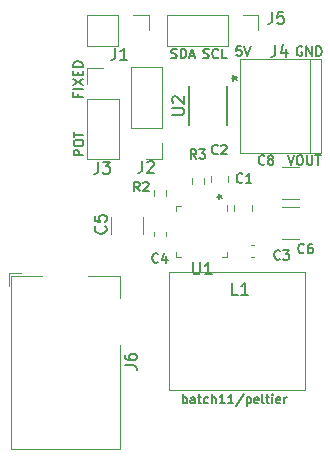
<source format=gto>
%TF.GenerationSoftware,KiCad,Pcbnew,(5.1.6-0-10_14)*%
%TF.CreationDate,2021-10-07T10:19:15+09:00*%
%TF.ProjectId,peltier,70656c74-6965-4722-9e6b-696361645f70,rev?*%
%TF.SameCoordinates,Original*%
%TF.FileFunction,Legend,Top*%
%TF.FilePolarity,Positive*%
%FSLAX46Y46*%
G04 Gerber Fmt 4.6, Leading zero omitted, Abs format (unit mm)*
G04 Created by KiCad (PCBNEW (5.1.6-0-10_14)) date 2021-10-07 10:19:15*
%MOMM*%
%LPD*%
G01*
G04 APERTURE LIST*
%ADD10C,0.150000*%
%ADD11C,0.120000*%
%ADD12C,0.152400*%
G04 APERTURE END LIST*
D10*
X171882500Y-68534714D02*
X171882500Y-67772714D01*
X171882500Y-68063000D02*
X171955071Y-68026714D01*
X172100214Y-68026714D01*
X172172785Y-68063000D01*
X172209071Y-68099285D01*
X172245357Y-68171857D01*
X172245357Y-68389571D01*
X172209071Y-68462142D01*
X172172785Y-68498428D01*
X172100214Y-68534714D01*
X171955071Y-68534714D01*
X171882500Y-68498428D01*
X172898500Y-68534714D02*
X172898500Y-68135571D01*
X172862214Y-68063000D01*
X172789642Y-68026714D01*
X172644500Y-68026714D01*
X172571928Y-68063000D01*
X172898500Y-68498428D02*
X172825928Y-68534714D01*
X172644500Y-68534714D01*
X172571928Y-68498428D01*
X172535642Y-68425857D01*
X172535642Y-68353285D01*
X172571928Y-68280714D01*
X172644500Y-68244428D01*
X172825928Y-68244428D01*
X172898500Y-68208142D01*
X173152500Y-68026714D02*
X173442785Y-68026714D01*
X173261357Y-67772714D02*
X173261357Y-68425857D01*
X173297642Y-68498428D01*
X173370214Y-68534714D01*
X173442785Y-68534714D01*
X174023357Y-68498428D02*
X173950785Y-68534714D01*
X173805642Y-68534714D01*
X173733071Y-68498428D01*
X173696785Y-68462142D01*
X173660500Y-68389571D01*
X173660500Y-68171857D01*
X173696785Y-68099285D01*
X173733071Y-68063000D01*
X173805642Y-68026714D01*
X173950785Y-68026714D01*
X174023357Y-68063000D01*
X174349928Y-68534714D02*
X174349928Y-67772714D01*
X174676500Y-68534714D02*
X174676500Y-68135571D01*
X174640214Y-68063000D01*
X174567642Y-68026714D01*
X174458785Y-68026714D01*
X174386214Y-68063000D01*
X174349928Y-68099285D01*
X175438500Y-68534714D02*
X175003071Y-68534714D01*
X175220785Y-68534714D02*
X175220785Y-67772714D01*
X175148214Y-67881571D01*
X175075642Y-67954142D01*
X175003071Y-67990428D01*
X176164214Y-68534714D02*
X175728785Y-68534714D01*
X175946500Y-68534714D02*
X175946500Y-67772714D01*
X175873928Y-67881571D01*
X175801357Y-67954142D01*
X175728785Y-67990428D01*
X177035071Y-67736428D02*
X176381928Y-68716142D01*
X177289071Y-68026714D02*
X177289071Y-68788714D01*
X177289071Y-68063000D02*
X177361642Y-68026714D01*
X177506785Y-68026714D01*
X177579357Y-68063000D01*
X177615642Y-68099285D01*
X177651928Y-68171857D01*
X177651928Y-68389571D01*
X177615642Y-68462142D01*
X177579357Y-68498428D01*
X177506785Y-68534714D01*
X177361642Y-68534714D01*
X177289071Y-68498428D01*
X178268785Y-68498428D02*
X178196214Y-68534714D01*
X178051071Y-68534714D01*
X177978500Y-68498428D01*
X177942214Y-68425857D01*
X177942214Y-68135571D01*
X177978500Y-68063000D01*
X178051071Y-68026714D01*
X178196214Y-68026714D01*
X178268785Y-68063000D01*
X178305071Y-68135571D01*
X178305071Y-68208142D01*
X177942214Y-68280714D01*
X178740500Y-68534714D02*
X178667928Y-68498428D01*
X178631642Y-68425857D01*
X178631642Y-67772714D01*
X178921928Y-68026714D02*
X179212214Y-68026714D01*
X179030785Y-67772714D02*
X179030785Y-68425857D01*
X179067071Y-68498428D01*
X179139642Y-68534714D01*
X179212214Y-68534714D01*
X179466214Y-68534714D02*
X179466214Y-68026714D01*
X179466214Y-67772714D02*
X179429928Y-67809000D01*
X179466214Y-67845285D01*
X179502500Y-67809000D01*
X179466214Y-67772714D01*
X179466214Y-67845285D01*
X180119357Y-68498428D02*
X180046785Y-68534714D01*
X179901642Y-68534714D01*
X179829071Y-68498428D01*
X179792785Y-68425857D01*
X179792785Y-68135571D01*
X179829071Y-68063000D01*
X179901642Y-68026714D01*
X180046785Y-68026714D01*
X180119357Y-68063000D01*
X180155642Y-68135571D01*
X180155642Y-68208142D01*
X179792785Y-68280714D01*
X180482214Y-68534714D02*
X180482214Y-68026714D01*
X180482214Y-68171857D02*
X180518500Y-68099285D01*
X180554785Y-68063000D01*
X180627357Y-68026714D01*
X180699928Y-68026714D01*
X180760476Y-47541904D02*
X181027142Y-48341904D01*
X181293809Y-47541904D01*
X181712857Y-47541904D02*
X181865238Y-47541904D01*
X181941428Y-47580000D01*
X182017619Y-47656190D01*
X182055714Y-47808571D01*
X182055714Y-48075238D01*
X182017619Y-48227619D01*
X181941428Y-48303809D01*
X181865238Y-48341904D01*
X181712857Y-48341904D01*
X181636666Y-48303809D01*
X181560476Y-48227619D01*
X181522380Y-48075238D01*
X181522380Y-47808571D01*
X181560476Y-47656190D01*
X181636666Y-47580000D01*
X181712857Y-47541904D01*
X182398571Y-47541904D02*
X182398571Y-48189523D01*
X182436666Y-48265714D01*
X182474761Y-48303809D01*
X182550952Y-48341904D01*
X182703333Y-48341904D01*
X182779523Y-48303809D01*
X182817619Y-48265714D01*
X182855714Y-48189523D01*
X182855714Y-47541904D01*
X183122380Y-47541904D02*
X183579523Y-47541904D01*
X183350952Y-48341904D02*
X183350952Y-47541904D01*
X181980476Y-38350000D02*
X181904285Y-38311904D01*
X181790000Y-38311904D01*
X181675714Y-38350000D01*
X181599523Y-38426190D01*
X181561428Y-38502380D01*
X181523333Y-38654761D01*
X181523333Y-38769047D01*
X181561428Y-38921428D01*
X181599523Y-38997619D01*
X181675714Y-39073809D01*
X181790000Y-39111904D01*
X181866190Y-39111904D01*
X181980476Y-39073809D01*
X182018571Y-39035714D01*
X182018571Y-38769047D01*
X181866190Y-38769047D01*
X182361428Y-39111904D02*
X182361428Y-38311904D01*
X182818571Y-39111904D01*
X182818571Y-38311904D01*
X183199523Y-39111904D02*
X183199523Y-38311904D01*
X183390000Y-38311904D01*
X183504285Y-38350000D01*
X183580476Y-38426190D01*
X183618571Y-38502380D01*
X183656666Y-38654761D01*
X183656666Y-38769047D01*
X183618571Y-38921428D01*
X183580476Y-38997619D01*
X183504285Y-39073809D01*
X183390000Y-39111904D01*
X183199523Y-39111904D01*
X170908571Y-39273809D02*
X171022857Y-39311904D01*
X171213333Y-39311904D01*
X171289523Y-39273809D01*
X171327619Y-39235714D01*
X171365714Y-39159523D01*
X171365714Y-39083333D01*
X171327619Y-39007142D01*
X171289523Y-38969047D01*
X171213333Y-38930952D01*
X171060952Y-38892857D01*
X170984761Y-38854761D01*
X170946666Y-38816666D01*
X170908571Y-38740476D01*
X170908571Y-38664285D01*
X170946666Y-38588095D01*
X170984761Y-38550000D01*
X171060952Y-38511904D01*
X171251428Y-38511904D01*
X171365714Y-38550000D01*
X171708571Y-39311904D02*
X171708571Y-38511904D01*
X171899047Y-38511904D01*
X172013333Y-38550000D01*
X172089523Y-38626190D01*
X172127619Y-38702380D01*
X172165714Y-38854761D01*
X172165714Y-38969047D01*
X172127619Y-39121428D01*
X172089523Y-39197619D01*
X172013333Y-39273809D01*
X171899047Y-39311904D01*
X171708571Y-39311904D01*
X172470476Y-39083333D02*
X172851428Y-39083333D01*
X172394285Y-39311904D02*
X172660952Y-38511904D01*
X172927619Y-39311904D01*
X173637619Y-39263809D02*
X173751904Y-39301904D01*
X173942380Y-39301904D01*
X174018571Y-39263809D01*
X174056666Y-39225714D01*
X174094761Y-39149523D01*
X174094761Y-39073333D01*
X174056666Y-38997142D01*
X174018571Y-38959047D01*
X173942380Y-38920952D01*
X173790000Y-38882857D01*
X173713809Y-38844761D01*
X173675714Y-38806666D01*
X173637619Y-38730476D01*
X173637619Y-38654285D01*
X173675714Y-38578095D01*
X173713809Y-38540000D01*
X173790000Y-38501904D01*
X173980476Y-38501904D01*
X174094761Y-38540000D01*
X174894761Y-39225714D02*
X174856666Y-39263809D01*
X174742380Y-39301904D01*
X174666190Y-39301904D01*
X174551904Y-39263809D01*
X174475714Y-39187619D01*
X174437619Y-39111428D01*
X174399523Y-38959047D01*
X174399523Y-38844761D01*
X174437619Y-38692380D01*
X174475714Y-38616190D01*
X174551904Y-38540000D01*
X174666190Y-38501904D01*
X174742380Y-38501904D01*
X174856666Y-38540000D01*
X174894761Y-38578095D01*
X175618571Y-39301904D02*
X175237619Y-39301904D01*
X175237619Y-38501904D01*
X176827619Y-38301904D02*
X176446666Y-38301904D01*
X176408571Y-38682857D01*
X176446666Y-38644761D01*
X176522857Y-38606666D01*
X176713333Y-38606666D01*
X176789523Y-38644761D01*
X176827619Y-38682857D01*
X176865714Y-38759047D01*
X176865714Y-38949523D01*
X176827619Y-39025714D01*
X176789523Y-39063809D01*
X176713333Y-39101904D01*
X176522857Y-39101904D01*
X176446666Y-39063809D01*
X176408571Y-39025714D01*
X177094285Y-38301904D02*
X177360952Y-39101904D01*
X177627619Y-38301904D01*
X162982857Y-42319047D02*
X162982857Y-42585714D01*
X163401904Y-42585714D02*
X162601904Y-42585714D01*
X162601904Y-42204761D01*
X163401904Y-41900000D02*
X162601904Y-41900000D01*
X162601904Y-41595238D02*
X163401904Y-41061904D01*
X162601904Y-41061904D02*
X163401904Y-41595238D01*
X162982857Y-40757142D02*
X162982857Y-40490476D01*
X163401904Y-40376190D02*
X163401904Y-40757142D01*
X162601904Y-40757142D01*
X162601904Y-40376190D01*
X163401904Y-40033333D02*
X162601904Y-40033333D01*
X162601904Y-39842857D01*
X162640000Y-39728571D01*
X162716190Y-39652380D01*
X162792380Y-39614285D01*
X162944761Y-39576190D01*
X163059047Y-39576190D01*
X163211428Y-39614285D01*
X163287619Y-39652380D01*
X163363809Y-39728571D01*
X163401904Y-39842857D01*
X163401904Y-40033333D01*
X163461904Y-47523333D02*
X162661904Y-47523333D01*
X162661904Y-47218571D01*
X162700000Y-47142380D01*
X162738095Y-47104285D01*
X162814285Y-47066190D01*
X162928571Y-47066190D01*
X163004761Y-47104285D01*
X163042857Y-47142380D01*
X163080952Y-47218571D01*
X163080952Y-47523333D01*
X162661904Y-46570952D02*
X162661904Y-46418571D01*
X162700000Y-46342380D01*
X162776190Y-46266190D01*
X162928571Y-46228095D01*
X163195238Y-46228095D01*
X163347619Y-46266190D01*
X163423809Y-46342380D01*
X163461904Y-46418571D01*
X163461904Y-46570952D01*
X163423809Y-46647142D01*
X163347619Y-46723333D01*
X163195238Y-46761428D01*
X162928571Y-46761428D01*
X162776190Y-46723333D01*
X162700000Y-46647142D01*
X162661904Y-46570952D01*
X162661904Y-45999523D02*
X162661904Y-45542380D01*
X163461904Y-45770952D02*
X162661904Y-45770952D01*
D11*
%TO.C,U1*%
X175650000Y-52250000D02*
X175650000Y-51775000D01*
X171350000Y-51850000D02*
X171750000Y-51850000D01*
X171350000Y-52250000D02*
X171350000Y-51850000D01*
X171350000Y-56150000D02*
X171750000Y-56150000D01*
X171350000Y-55750000D02*
X171350000Y-56150000D01*
X175650000Y-56150000D02*
X175250000Y-56150000D01*
X175650000Y-55750000D02*
X175650000Y-56150000D01*
%TO.C,C1*%
X177735000Y-52261252D02*
X177735000Y-51738748D01*
X176265000Y-52261252D02*
X176265000Y-51738748D01*
%TO.C,C2*%
X175735000Y-49761252D02*
X175735000Y-49238748D01*
X174265000Y-49761252D02*
X174265000Y-49238748D01*
%TO.C,C3*%
X177946267Y-56160000D02*
X177653733Y-56160000D01*
X177946267Y-55140000D02*
X177653733Y-55140000D01*
%TO.C,C4*%
X169490000Y-54053733D02*
X169490000Y-54346267D01*
X170510000Y-54053733D02*
X170510000Y-54346267D01*
%TO.C,J1*%
X163805000Y-35620000D02*
X163805000Y-38280000D01*
X166405000Y-35620000D02*
X163805000Y-35620000D01*
X166405000Y-38280000D02*
X163805000Y-38280000D01*
X166405000Y-35620000D02*
X166405000Y-38280000D01*
X167675000Y-35620000D02*
X169005000Y-35620000D01*
X169005000Y-35620000D02*
X169005000Y-36950000D01*
%TO.C,J2*%
X170130000Y-40090000D02*
X167470000Y-40090000D01*
X170130000Y-45230000D02*
X170130000Y-40090000D01*
X167470000Y-45230000D02*
X167470000Y-40090000D01*
X170130000Y-45230000D02*
X167470000Y-45230000D01*
X170130000Y-46500000D02*
X170130000Y-47830000D01*
X170130000Y-47830000D02*
X168800000Y-47830000D01*
%TO.C,J3*%
X163820000Y-40120000D02*
X165150000Y-40120000D01*
X163820000Y-41450000D02*
X163820000Y-40120000D01*
X163820000Y-42720000D02*
X166480000Y-42720000D01*
X166480000Y-42720000D02*
X166480000Y-47860000D01*
X163820000Y-42720000D02*
X163820000Y-47860000D01*
X163820000Y-47860000D02*
X166480000Y-47860000D01*
%TO.C,J5*%
X170540000Y-35620000D02*
X170540000Y-38280000D01*
X175680000Y-35620000D02*
X170540000Y-35620000D01*
X175680000Y-38280000D02*
X170540000Y-38280000D01*
X175680000Y-35620000D02*
X175680000Y-38280000D01*
X176950000Y-35620000D02*
X178280000Y-35620000D01*
X178280000Y-35620000D02*
X178280000Y-36950000D01*
%TO.C,R2*%
X170472500Y-50954724D02*
X170472500Y-50445276D01*
X169427500Y-50954724D02*
X169427500Y-50445276D01*
%TO.C,R3*%
X172627500Y-49954724D02*
X172627500Y-49445276D01*
X173672500Y-49954724D02*
X173672500Y-49445276D01*
D12*
%TO.C,U2*%
X172373000Y-41673000D02*
X172373000Y-44927000D01*
X175627000Y-44927000D02*
X175627000Y-41673000D01*
D11*
%TO.C,J6*%
X157340000Y-57720000D02*
X159940000Y-57720000D01*
X157340000Y-72420000D02*
X157340000Y-57720000D01*
X166540000Y-57720000D02*
X166540000Y-59620000D01*
X163840000Y-57720000D02*
X166540000Y-57720000D01*
X166540000Y-72420000D02*
X157340000Y-72420000D01*
X166540000Y-63620000D02*
X166540000Y-72420000D01*
X157140000Y-58570000D02*
X157140000Y-57520000D01*
X158190000Y-57520000D02*
X157140000Y-57520000D01*
%TO.C,C5*%
X168510000Y-52738748D02*
X168510000Y-54161252D01*
X165790000Y-52738748D02*
X165790000Y-54161252D01*
%TO.C,C6*%
X181711252Y-54610000D02*
X180288748Y-54610000D01*
X181711252Y-51890000D02*
X180288748Y-51890000D01*
%TO.C,C8*%
X181696251Y-48514999D02*
X180273747Y-48514999D01*
X181696251Y-51234999D02*
X180273747Y-51234999D01*
%TO.C,J4*%
X182650000Y-39350000D02*
X182650000Y-47350000D01*
X183550000Y-47350000D02*
X176750000Y-47350000D01*
X183550000Y-39350000D02*
X183550000Y-47350000D01*
X176750000Y-39350000D02*
X183550000Y-39350000D01*
X176750000Y-47350000D02*
X176750000Y-39350000D01*
%TO.C,L1*%
X170710000Y-57370000D02*
X182210000Y-57370000D01*
X182210000Y-57370000D02*
X182210000Y-67370000D01*
X182210000Y-67370000D02*
X170710000Y-67370000D01*
X170710000Y-67370000D02*
X170710000Y-57370000D01*
%TO.C,U1*%
D10*
X172768095Y-56592380D02*
X172768095Y-57401904D01*
X172815714Y-57497142D01*
X172863333Y-57544761D01*
X172958571Y-57592380D01*
X173149047Y-57592380D01*
X173244285Y-57544761D01*
X173291904Y-57497142D01*
X173339523Y-57401904D01*
X173339523Y-56592380D01*
X174339523Y-57592380D02*
X173768095Y-57592380D01*
X174053809Y-57592380D02*
X174053809Y-56592380D01*
X173958571Y-56735238D01*
X173863333Y-56830476D01*
X173768095Y-56878095D01*
X174802380Y-51025000D02*
X175040476Y-51025000D01*
X174945238Y-51263095D02*
X175040476Y-51025000D01*
X174945238Y-50786904D01*
X175230952Y-51167857D02*
X175040476Y-51025000D01*
X175230952Y-50882142D01*
%TO.C,C1*%
X176936666Y-49785714D02*
X176898571Y-49823809D01*
X176784285Y-49861904D01*
X176708095Y-49861904D01*
X176593809Y-49823809D01*
X176517619Y-49747619D01*
X176479523Y-49671428D01*
X176441428Y-49519047D01*
X176441428Y-49404761D01*
X176479523Y-49252380D01*
X176517619Y-49176190D01*
X176593809Y-49100000D01*
X176708095Y-49061904D01*
X176784285Y-49061904D01*
X176898571Y-49100000D01*
X176936666Y-49138095D01*
X177698571Y-49861904D02*
X177241428Y-49861904D01*
X177470000Y-49861904D02*
X177470000Y-49061904D01*
X177393809Y-49176190D01*
X177317619Y-49252380D01*
X177241428Y-49290476D01*
%TO.C,C2*%
X174836666Y-47375714D02*
X174798571Y-47413809D01*
X174684285Y-47451904D01*
X174608095Y-47451904D01*
X174493809Y-47413809D01*
X174417619Y-47337619D01*
X174379523Y-47261428D01*
X174341428Y-47109047D01*
X174341428Y-46994761D01*
X174379523Y-46842380D01*
X174417619Y-46766190D01*
X174493809Y-46690000D01*
X174608095Y-46651904D01*
X174684285Y-46651904D01*
X174798571Y-46690000D01*
X174836666Y-46728095D01*
X175141428Y-46728095D02*
X175179523Y-46690000D01*
X175255714Y-46651904D01*
X175446190Y-46651904D01*
X175522380Y-46690000D01*
X175560476Y-46728095D01*
X175598571Y-46804285D01*
X175598571Y-46880476D01*
X175560476Y-46994761D01*
X175103333Y-47451904D01*
X175598571Y-47451904D01*
%TO.C,C3*%
X180116666Y-56285714D02*
X180078571Y-56323809D01*
X179964285Y-56361904D01*
X179888095Y-56361904D01*
X179773809Y-56323809D01*
X179697619Y-56247619D01*
X179659523Y-56171428D01*
X179621428Y-56019047D01*
X179621428Y-55904761D01*
X179659523Y-55752380D01*
X179697619Y-55676190D01*
X179773809Y-55600000D01*
X179888095Y-55561904D01*
X179964285Y-55561904D01*
X180078571Y-55600000D01*
X180116666Y-55638095D01*
X180383333Y-55561904D02*
X180878571Y-55561904D01*
X180611904Y-55866666D01*
X180726190Y-55866666D01*
X180802380Y-55904761D01*
X180840476Y-55942857D01*
X180878571Y-56019047D01*
X180878571Y-56209523D01*
X180840476Y-56285714D01*
X180802380Y-56323809D01*
X180726190Y-56361904D01*
X180497619Y-56361904D01*
X180421428Y-56323809D01*
X180383333Y-56285714D01*
%TO.C,C4*%
X169806666Y-56545714D02*
X169768571Y-56583809D01*
X169654285Y-56621904D01*
X169578095Y-56621904D01*
X169463809Y-56583809D01*
X169387619Y-56507619D01*
X169349523Y-56431428D01*
X169311428Y-56279047D01*
X169311428Y-56164761D01*
X169349523Y-56012380D01*
X169387619Y-55936190D01*
X169463809Y-55860000D01*
X169578095Y-55821904D01*
X169654285Y-55821904D01*
X169768571Y-55860000D01*
X169806666Y-55898095D01*
X170492380Y-56088571D02*
X170492380Y-56621904D01*
X170301904Y-55783809D02*
X170111428Y-56355238D01*
X170606666Y-56355238D01*
%TO.C,J1*%
X166166666Y-38452380D02*
X166166666Y-39166666D01*
X166119047Y-39309523D01*
X166023809Y-39404761D01*
X165880952Y-39452380D01*
X165785714Y-39452380D01*
X167166666Y-39452380D02*
X166595238Y-39452380D01*
X166880952Y-39452380D02*
X166880952Y-38452380D01*
X166785714Y-38595238D01*
X166690476Y-38690476D01*
X166595238Y-38738095D01*
%TO.C,J2*%
X168446666Y-48022380D02*
X168446666Y-48736666D01*
X168399047Y-48879523D01*
X168303809Y-48974761D01*
X168160952Y-49022380D01*
X168065714Y-49022380D01*
X168875238Y-48117619D02*
X168922857Y-48070000D01*
X169018095Y-48022380D01*
X169256190Y-48022380D01*
X169351428Y-48070000D01*
X169399047Y-48117619D01*
X169446666Y-48212857D01*
X169446666Y-48308095D01*
X169399047Y-48450952D01*
X168827619Y-49022380D01*
X169446666Y-49022380D01*
%TO.C,J3*%
X164736666Y-48072380D02*
X164736666Y-48786666D01*
X164689047Y-48929523D01*
X164593809Y-49024761D01*
X164450952Y-49072380D01*
X164355714Y-49072380D01*
X165117619Y-48072380D02*
X165736666Y-48072380D01*
X165403333Y-48453333D01*
X165546190Y-48453333D01*
X165641428Y-48500952D01*
X165689047Y-48548571D01*
X165736666Y-48643809D01*
X165736666Y-48881904D01*
X165689047Y-48977142D01*
X165641428Y-49024761D01*
X165546190Y-49072380D01*
X165260476Y-49072380D01*
X165165238Y-49024761D01*
X165117619Y-48977142D01*
%TO.C,J5*%
X179456666Y-35392380D02*
X179456666Y-36106666D01*
X179409047Y-36249523D01*
X179313809Y-36344761D01*
X179170952Y-36392380D01*
X179075714Y-36392380D01*
X180409047Y-35392380D02*
X179932857Y-35392380D01*
X179885238Y-35868571D01*
X179932857Y-35820952D01*
X180028095Y-35773333D01*
X180266190Y-35773333D01*
X180361428Y-35820952D01*
X180409047Y-35868571D01*
X180456666Y-35963809D01*
X180456666Y-36201904D01*
X180409047Y-36297142D01*
X180361428Y-36344761D01*
X180266190Y-36392380D01*
X180028095Y-36392380D01*
X179932857Y-36344761D01*
X179885238Y-36297142D01*
%TO.C,R2*%
X168226666Y-50561904D02*
X167960000Y-50180952D01*
X167769523Y-50561904D02*
X167769523Y-49761904D01*
X168074285Y-49761904D01*
X168150476Y-49800000D01*
X168188571Y-49838095D01*
X168226666Y-49914285D01*
X168226666Y-50028571D01*
X168188571Y-50104761D01*
X168150476Y-50142857D01*
X168074285Y-50180952D01*
X167769523Y-50180952D01*
X168531428Y-49838095D02*
X168569523Y-49800000D01*
X168645714Y-49761904D01*
X168836190Y-49761904D01*
X168912380Y-49800000D01*
X168950476Y-49838095D01*
X168988571Y-49914285D01*
X168988571Y-49990476D01*
X168950476Y-50104761D01*
X168493333Y-50561904D01*
X168988571Y-50561904D01*
%TO.C,R3*%
X173026666Y-47831904D02*
X172760000Y-47450952D01*
X172569523Y-47831904D02*
X172569523Y-47031904D01*
X172874285Y-47031904D01*
X172950476Y-47070000D01*
X172988571Y-47108095D01*
X173026666Y-47184285D01*
X173026666Y-47298571D01*
X172988571Y-47374761D01*
X172950476Y-47412857D01*
X172874285Y-47450952D01*
X172569523Y-47450952D01*
X173293333Y-47031904D02*
X173788571Y-47031904D01*
X173521904Y-47336666D01*
X173636190Y-47336666D01*
X173712380Y-47374761D01*
X173750476Y-47412857D01*
X173788571Y-47489047D01*
X173788571Y-47679523D01*
X173750476Y-47755714D01*
X173712380Y-47793809D01*
X173636190Y-47831904D01*
X173407619Y-47831904D01*
X173331428Y-47793809D01*
X173293333Y-47755714D01*
%TO.C,U2*%
X170982380Y-44101904D02*
X171791904Y-44101904D01*
X171887142Y-44054285D01*
X171934761Y-44006666D01*
X171982380Y-43911428D01*
X171982380Y-43720952D01*
X171934761Y-43625714D01*
X171887142Y-43578095D01*
X171791904Y-43530476D01*
X170982380Y-43530476D01*
X171077619Y-43101904D02*
X171030000Y-43054285D01*
X170982380Y-42959047D01*
X170982380Y-42720952D01*
X171030000Y-42625714D01*
X171077619Y-42578095D01*
X171172857Y-42530476D01*
X171268095Y-42530476D01*
X171410952Y-42578095D01*
X171982380Y-43149523D01*
X171982380Y-42530476D01*
X176027580Y-41002400D02*
X176265676Y-41002400D01*
X176170438Y-41240495D02*
X176265676Y-41002400D01*
X176170438Y-40764304D01*
X176456152Y-41145257D02*
X176265676Y-41002400D01*
X176456152Y-40859542D01*
X176027580Y-41002400D02*
X176265676Y-41002400D01*
X176170438Y-41240495D02*
X176265676Y-41002400D01*
X176170438Y-40764304D01*
X176456152Y-41145257D02*
X176265676Y-41002400D01*
X176456152Y-40859542D01*
%TO.C,J6*%
X166972380Y-65323333D02*
X167686666Y-65323333D01*
X167829523Y-65370952D01*
X167924761Y-65466190D01*
X167972380Y-65609047D01*
X167972380Y-65704285D01*
X166972380Y-64418571D02*
X166972380Y-64609047D01*
X167020000Y-64704285D01*
X167067619Y-64751904D01*
X167210476Y-64847142D01*
X167400952Y-64894761D01*
X167781904Y-64894761D01*
X167877142Y-64847142D01*
X167924761Y-64799523D01*
X167972380Y-64704285D01*
X167972380Y-64513809D01*
X167924761Y-64418571D01*
X167877142Y-64370952D01*
X167781904Y-64323333D01*
X167543809Y-64323333D01*
X167448571Y-64370952D01*
X167400952Y-64418571D01*
X167353333Y-64513809D01*
X167353333Y-64704285D01*
X167400952Y-64799523D01*
X167448571Y-64847142D01*
X167543809Y-64894761D01*
%TO.C,C5*%
X165337142Y-53536666D02*
X165384761Y-53584285D01*
X165432380Y-53727142D01*
X165432380Y-53822380D01*
X165384761Y-53965238D01*
X165289523Y-54060476D01*
X165194285Y-54108095D01*
X165003809Y-54155714D01*
X164860952Y-54155714D01*
X164670476Y-54108095D01*
X164575238Y-54060476D01*
X164480000Y-53965238D01*
X164432380Y-53822380D01*
X164432380Y-53727142D01*
X164480000Y-53584285D01*
X164527619Y-53536666D01*
X164432380Y-52631904D02*
X164432380Y-53108095D01*
X164908571Y-53155714D01*
X164860952Y-53108095D01*
X164813333Y-53012857D01*
X164813333Y-52774761D01*
X164860952Y-52679523D01*
X164908571Y-52631904D01*
X165003809Y-52584285D01*
X165241904Y-52584285D01*
X165337142Y-52631904D01*
X165384761Y-52679523D01*
X165432380Y-52774761D01*
X165432380Y-53012857D01*
X165384761Y-53108095D01*
X165337142Y-53155714D01*
%TO.C,C6*%
X182146666Y-55755714D02*
X182108571Y-55793809D01*
X181994285Y-55831904D01*
X181918095Y-55831904D01*
X181803809Y-55793809D01*
X181727619Y-55717619D01*
X181689523Y-55641428D01*
X181651428Y-55489047D01*
X181651428Y-55374761D01*
X181689523Y-55222380D01*
X181727619Y-55146190D01*
X181803809Y-55070000D01*
X181918095Y-55031904D01*
X181994285Y-55031904D01*
X182108571Y-55070000D01*
X182146666Y-55108095D01*
X182832380Y-55031904D02*
X182680000Y-55031904D01*
X182603809Y-55070000D01*
X182565714Y-55108095D01*
X182489523Y-55222380D01*
X182451428Y-55374761D01*
X182451428Y-55679523D01*
X182489523Y-55755714D01*
X182527619Y-55793809D01*
X182603809Y-55831904D01*
X182756190Y-55831904D01*
X182832380Y-55793809D01*
X182870476Y-55755714D01*
X182908571Y-55679523D01*
X182908571Y-55489047D01*
X182870476Y-55412857D01*
X182832380Y-55374761D01*
X182756190Y-55336666D01*
X182603809Y-55336666D01*
X182527619Y-55374761D01*
X182489523Y-55412857D01*
X182451428Y-55489047D01*
%TO.C,C8*%
X178796666Y-48245714D02*
X178758571Y-48283809D01*
X178644285Y-48321904D01*
X178568095Y-48321904D01*
X178453809Y-48283809D01*
X178377619Y-48207619D01*
X178339523Y-48131428D01*
X178301428Y-47979047D01*
X178301428Y-47864761D01*
X178339523Y-47712380D01*
X178377619Y-47636190D01*
X178453809Y-47560000D01*
X178568095Y-47521904D01*
X178644285Y-47521904D01*
X178758571Y-47560000D01*
X178796666Y-47598095D01*
X179253809Y-47864761D02*
X179177619Y-47826666D01*
X179139523Y-47788571D01*
X179101428Y-47712380D01*
X179101428Y-47674285D01*
X179139523Y-47598095D01*
X179177619Y-47560000D01*
X179253809Y-47521904D01*
X179406190Y-47521904D01*
X179482380Y-47560000D01*
X179520476Y-47598095D01*
X179558571Y-47674285D01*
X179558571Y-47712380D01*
X179520476Y-47788571D01*
X179482380Y-47826666D01*
X179406190Y-47864761D01*
X179253809Y-47864761D01*
X179177619Y-47902857D01*
X179139523Y-47940952D01*
X179101428Y-48017142D01*
X179101428Y-48169523D01*
X179139523Y-48245714D01*
X179177619Y-48283809D01*
X179253809Y-48321904D01*
X179406190Y-48321904D01*
X179482380Y-48283809D01*
X179520476Y-48245714D01*
X179558571Y-48169523D01*
X179558571Y-48017142D01*
X179520476Y-47940952D01*
X179482380Y-47902857D01*
X179406190Y-47864761D01*
%TO.C,J4*%
X179736666Y-38162380D02*
X179736666Y-38876666D01*
X179689047Y-39019523D01*
X179593809Y-39114761D01*
X179450952Y-39162380D01*
X179355714Y-39162380D01*
X180641428Y-38495714D02*
X180641428Y-39162380D01*
X180403333Y-38114761D02*
X180165238Y-38829047D01*
X180784285Y-38829047D01*
%TO.C,L1*%
X176543333Y-59322380D02*
X176067142Y-59322380D01*
X176067142Y-58322380D01*
X177400476Y-59322380D02*
X176829047Y-59322380D01*
X177114761Y-59322380D02*
X177114761Y-58322380D01*
X177019523Y-58465238D01*
X176924285Y-58560476D01*
X176829047Y-58608095D01*
%TD*%
M02*

</source>
